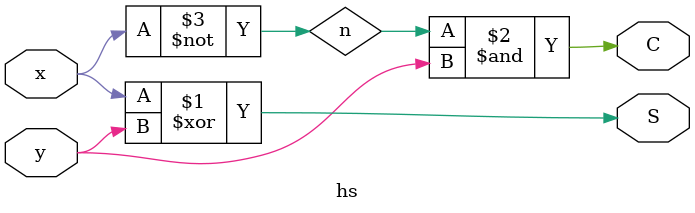
<source format=v>
module hs(S,C,x,y);
   input x,y;
   output S, C;
   xor (S,x,y);
   not (n,x);
   and(C,n,y);
endmodule

</source>
